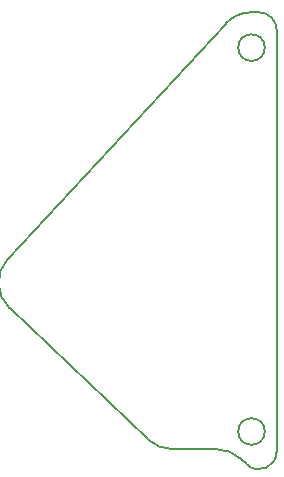
<source format=gbr>
G04 #@! TF.GenerationSoftware,KiCad,Pcbnew,7.0.2-0*
G04 #@! TF.CreationDate,2023-07-23T18:48:44+09:00*
G04 #@! TF.ProjectId,power_board1,706f7765-725f-4626-9f61-7264312e6b69,rev?*
G04 #@! TF.SameCoordinates,Original*
G04 #@! TF.FileFunction,Profile,NP*
%FSLAX46Y46*%
G04 Gerber Fmt 4.6, Leading zero omitted, Abs format (unit mm)*
G04 Created by KiCad (PCBNEW 7.0.2-0) date 2023-07-23 18:48:44*
%MOMM*%
%LPD*%
G01*
G04 APERTURE LIST*
G04 #@! TA.AperFunction,Profile*
%ADD10C,0.200000*%
G04 #@! TD*
G04 APERTURE END LIST*
D10*
X170632280Y-77000000D02*
X170014935Y-77000000D01*
X170014935Y-77000026D02*
G75*
G03*
X167813827Y-77961588I-35J-2999974D01*
G01*
X149384449Y-97861890D02*
G75*
G03*
X149522811Y-102078620I2201151J-2038410D01*
G01*
X149522810Y-102078621D02*
X161244323Y-113178313D01*
X163307077Y-114000000D02*
X167042138Y-114000000D01*
X169600941Y-115291346D02*
G75*
G03*
X172132280Y-114202229I1031359J1089146D01*
G01*
X171125000Y-80000000D02*
G75*
G03*
X171125000Y-80000000I-1125000J0D01*
G01*
X172132280Y-114202229D02*
X172132280Y-78500000D01*
X169104874Y-114821707D02*
G75*
G03*
X167042138Y-114000000I-2062774J-2178293D01*
G01*
X161244334Y-113178301D02*
G75*
G03*
X163307077Y-114000000I2062766J2178301D01*
G01*
X171125000Y-112500000D02*
G75*
G03*
X171125000Y-112500000I-1125000J0D01*
G01*
X172132300Y-78500000D02*
G75*
G03*
X170632280Y-77000000I-1500000J0D01*
G01*
X167813827Y-77961588D02*
X149384456Y-97861896D01*
X169104892Y-114821688D02*
X169600903Y-115291386D01*
M02*

</source>
